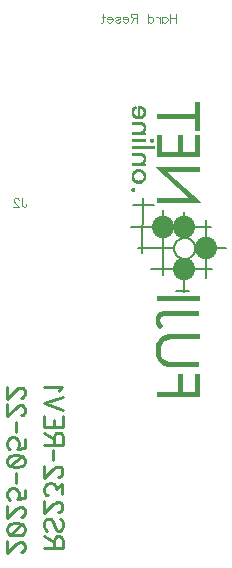
<source format=gbr>
G04 DipTrace 3.3.1.3*
G04 BottomSilk.gbr*
%MOIN*%
G04 #@! TF.FileFunction,Legend,Bot*
G04 #@! TF.Part,Single*
%ADD12C,0.003*%
%ADD39C,0.005906*%
%ADD41O,0.074027X0.074711*%
%ADD42O,0.073993X0.074711*%
%ADD43O,0.073959X0.074711*%
G04 #@! TA.AperFunction,ComponentDrill*
%ADD96C,0.004632*%
%ADD98C,0.009264*%
%FSLAX26Y26*%
G04*
G70*
G90*
G75*
G01*
G04 BotSilk*
%LPD*%
G36*
X1181710Y1371835D2*
X1039896D1*
Y1388766D1*
X1181710D1*
Y1371835D1*
G37*
G36*
X1182185Y1938421D2*
Y2035870D1*
X1165806D1*
Y1995709D1*
X1039794D1*
Y1978483D1*
X1165806D1*
Y1938421D1*
X1182185D1*
G37*
G36*
Y1850224D2*
Y1925427D1*
X1166077D1*
Y1867450D1*
X1125656D1*
Y1925427D1*
X1110125D1*
Y1867154D1*
X1055325D1*
Y1925427D1*
X1039794D1*
Y1850224D1*
X1182185D1*
G37*
G36*
X1039862Y1696667D2*
X1188424D1*
X1074044Y1800810D1*
X1182490D1*
Y1816953D1*
X1033012D1*
X1146782Y1712810D1*
X1039862D1*
Y1696667D1*
G37*
G36*
X1181439Y1321732D2*
Y1338761D1*
X1068686D1*
X1059327Y1337777D1*
X1052477Y1335710D1*
X1047187Y1332855D1*
X1043389Y1329706D1*
X1040031Y1325079D1*
X1037759Y1319764D1*
X1036674Y1313464D1*
X1035962Y1305688D1*
Y1300274D1*
X1037285Y1295057D1*
X1040981Y1287576D1*
X1044474Y1282556D1*
X1049832Y1277634D1*
X1061361Y1289151D1*
X1057292Y1292694D1*
X1054749Y1296041D1*
X1052375Y1300766D1*
X1051527Y1303128D1*
X1051154Y1305983D1*
X1051391Y1310216D1*
X1051968Y1312578D1*
X1052782Y1314350D1*
X1054172Y1316417D1*
X1056478Y1318484D1*
X1059225Y1320059D1*
X1061192Y1320945D1*
X1063599Y1321240D1*
X1066346Y1321634D1*
X1068448Y1321831D1*
X1181439Y1321732D1*
G37*
G36*
X1181540Y1151442D2*
Y1168668D1*
X1090287D1*
X1082081Y1169160D1*
X1073060Y1171227D1*
X1065464Y1174672D1*
X1061429Y1177724D1*
X1057699Y1182153D1*
X1054308Y1188847D1*
X1052104Y1198395D1*
X1051697Y1206466D1*
X1052782Y1217688D1*
X1055223Y1225661D1*
X1058682Y1231567D1*
X1061429Y1234618D1*
X1067126Y1238753D1*
X1075638Y1242099D1*
X1088998Y1244068D1*
X1101884D1*
X1181608D1*
Y1261294D1*
X1093373D1*
X1077943Y1260113D1*
X1066312Y1257258D1*
X1057563Y1253124D1*
X1050645Y1247809D1*
X1045152Y1241410D1*
X1040879Y1233634D1*
X1037692Y1223594D1*
X1035996Y1208730D1*
Y1204891D1*
X1036945Y1192390D1*
X1039828Y1181267D1*
X1043829Y1172999D1*
X1049052Y1166109D1*
X1056173Y1160301D1*
X1064854Y1155773D1*
X1076723Y1152623D1*
X1093271Y1151343D1*
X1181540Y1151442D1*
G37*
X1130980Y1400086D2*
D39*
Y1509741D1*
X1222844Y1477849D2*
X1021381D1*
X1146307Y1405007D2*
X1104529D1*
X1202124Y1448023D2*
Y1642528D1*
X1269505Y1547048D2*
X1168214D1*
X1220232Y1619003D2*
X954407D1*
X991064Y1531692D2*
X991709Y1715566D1*
D41*
X1202718Y1547884D3*
G36*
X1181846Y1126637D2*
Y1051531D1*
X1038980D1*
Y1068856D1*
X1109955D1*
Y1126637D1*
X1125452D1*
Y1068364D1*
X1165942D1*
Y1126637D1*
X1181846D1*
G37*
D42*
X1130098Y1476126D3*
Y1618264D3*
D43*
X1058292D3*
X1096459Y1546309D2*
D39*
X1096545Y1548737D1*
X1096803Y1551152D1*
X1097231Y1553544D1*
X1097828Y1555900D1*
X1098591Y1558210D1*
X1099515Y1560462D1*
X1100597Y1562645D1*
X1101830Y1564749D1*
X1103210Y1566762D1*
X1104729Y1568676D1*
X1106381Y1570481D1*
X1108155Y1572168D1*
X1110046Y1573729D1*
X1112042Y1575157D1*
X1114135Y1576444D1*
X1116313Y1577584D1*
X1118567Y1578572D1*
X1120886Y1579403D1*
X1123258Y1580072D1*
X1125672Y1580577D1*
X1128115Y1580915D1*
X1130577Y1581084D1*
X1133044D1*
X1135506Y1580915D1*
X1137949Y1580577D1*
X1140363Y1580072D1*
X1142735Y1579403D1*
X1145054Y1578572D1*
X1147308Y1577584D1*
X1149486Y1576444D1*
X1151579Y1575157D1*
X1153575Y1573729D1*
X1155465Y1572168D1*
X1157240Y1570481D1*
X1158892Y1568676D1*
X1160411Y1566762D1*
X1161791Y1564749D1*
X1163024Y1562645D1*
X1164106Y1560462D1*
X1165030Y1558210D1*
X1165793Y1555900D1*
X1166390Y1553544D1*
X1166818Y1551152D1*
X1167076Y1548737D1*
X1167162Y1546309D1*
X1167076Y1543882D1*
X1166818Y1541467D1*
X1166390Y1539075D1*
X1165793Y1536718D1*
X1165030Y1534408D1*
X1164106Y1532156D1*
X1163024Y1529973D1*
X1161791Y1527870D1*
X1160411Y1525856D1*
X1158892Y1523943D1*
X1157240Y1522138D1*
X1155465Y1520451D1*
X1153575Y1518889D1*
X1151579Y1517462D1*
X1149486Y1516175D1*
X1147308Y1515035D1*
X1145054Y1514047D1*
X1142735Y1513216D1*
X1140363Y1512547D1*
X1137949Y1512042D1*
X1135506Y1511704D1*
X1133044Y1511534D1*
X1130577D1*
X1128115Y1511704D1*
X1125672Y1512042D1*
X1123258Y1512547D1*
X1120886Y1513216D1*
X1118567Y1514047D1*
X1116313Y1515035D1*
X1114135Y1516175D1*
X1112042Y1517462D1*
X1110046Y1518889D1*
X1108155Y1520451D1*
X1106381Y1522138D1*
X1104729Y1523943D1*
X1103210Y1525856D1*
X1101830Y1527870D1*
X1100597Y1529973D1*
X1099515Y1532156D1*
X1098591Y1534408D1*
X1097828Y1536718D1*
X1097231Y1539075D1*
X1096803Y1541467D1*
X1096545Y1543882D1*
X1096459Y1546309D1*
X1031011Y1690958D2*
X959731D1*
X1060988Y1457768D2*
Y1675602D1*
X1130946Y1667629D2*
Y1588980D1*
X1094967Y1547048D2*
X977704Y1547638D1*
X976897Y2021944D2*
D12*
X984397D1*
X964897Y2020444D2*
X967897D1*
X976897D2*
X987795D1*
X963116Y2018944D2*
X968656D1*
X976897D2*
X990603D1*
X961547Y2017444D2*
X968874D1*
X976897D2*
X992817D1*
X960204Y2015944D2*
X968323D1*
X976897D2*
X994605D1*
X959017Y2014444D2*
X966880D1*
X976897D2*
X996052D1*
X958008Y2012944D2*
X965283D1*
X976897D2*
X981397D1*
X988897D2*
X997191D1*
X957179Y2011444D2*
X963827D1*
X976897D2*
X981397D1*
X990391D2*
X998084D1*
X956565Y2009944D2*
X962650D1*
X976897D2*
X981397D1*
X991833D2*
X998773D1*
X956205Y2008444D2*
X961738D1*
X976897D2*
X981397D1*
X993089D2*
X999334D1*
X956026Y2006944D2*
X961088D1*
X976897D2*
X981397D1*
X994032D2*
X999876D1*
X955947Y2005444D2*
X960713D1*
X976897D2*
X981397D1*
X994730D2*
X1000340D1*
X955916Y2003944D2*
X960529D1*
X976897D2*
X981397D1*
X995328D2*
X1000634D1*
X955904Y2002444D2*
X960448D1*
X976897D2*
X981397D1*
X995766D2*
X1000785D1*
X955899Y2000944D2*
X960422D1*
X976897D2*
X981397D1*
X996004D2*
X1000847D1*
X955898Y1999444D2*
X960462D1*
X976897D2*
X981397D1*
X995699D2*
X1000822D1*
X955903Y1997944D2*
X960655D1*
X976897D2*
X981397D1*
X995302D2*
X1000641D1*
X955956Y1996444D2*
X961071D1*
X976897D2*
X981397D1*
X994813D2*
X1000280D1*
X956153Y1994944D2*
X961705D1*
X976897D2*
X981397D1*
X994074D2*
X999844D1*
X956565Y1993444D2*
X962593D1*
X976891D2*
X981397D1*
X993009D2*
X999386D1*
X957146Y1991944D2*
X963907D1*
X976827D2*
X981403D1*
X991605D2*
X998829D1*
X957826Y1990444D2*
X966032D1*
X976669D2*
X981460D1*
X989646D2*
X998131D1*
X958599Y1988944D2*
X969495D1*
X975917D2*
X981692D1*
X986745D2*
X997234D1*
X959539Y1987444D2*
X974353D1*
X974271D2*
X982205D1*
X982828D2*
X996086D1*
X960757Y1985944D2*
X994705D1*
X962335Y1984444D2*
X993033D1*
X964363Y1982944D2*
X990961D1*
X966791Y1981444D2*
X988514D1*
X969397Y1979944D2*
X985897D1*
X955897Y1967944D2*
X985897D1*
X955897Y1966444D2*
X989981D1*
X955897Y1964944D2*
X993167D1*
X955897Y1963444D2*
X995409D1*
X955897Y1961944D2*
X996928D1*
X955897Y1960444D2*
X997983D1*
X988596Y1958944D2*
X998737D1*
X990915Y1957444D2*
X999322D1*
X992674Y1955944D2*
X999871D1*
X993861Y1954444D2*
X1000339D1*
X994664Y1952944D2*
X1000633D1*
X995304Y1951444D2*
X1000779D1*
X995757Y1949944D2*
X1000794D1*
X996002Y1948444D2*
X1000631D1*
X995699Y1946944D2*
X1000276D1*
X995308Y1945444D2*
X999843D1*
X994871Y1943944D2*
X999386D1*
X994318Y1942444D2*
X998829D1*
X993553Y1940944D2*
X998131D1*
X992570Y1939444D2*
X997234D1*
X990110Y1937944D2*
X996093D1*
X986537Y1936444D2*
X994779D1*
X981942Y1934944D2*
X993397D1*
X955897Y1933444D2*
X996167D1*
X955897Y1931944D2*
X998218D1*
X955897Y1930444D2*
X998846D1*
X955897Y1928944D2*
X999186D1*
X955897Y1927444D2*
X999397D1*
X1020397Y1912444D2*
X1023397D1*
X955897Y1910944D2*
X999397D1*
X1019012D2*
X1024315D1*
X955897Y1909444D2*
X999391D1*
X1017987D2*
X1025065D1*
X955897Y1907944D2*
X999334D1*
X1017685D2*
X1025637D1*
X955897Y1906444D2*
X999102D1*
X1017637D2*
X1025458D1*
X955897Y1904944D2*
X998590D1*
X1017821D2*
X1024986D1*
X955897Y1903444D2*
X997897D1*
X1018975D2*
X1024263D1*
X1020397Y1901944D2*
X1023397D1*
X955897Y1886944D2*
X1030897D1*
X955897Y1885444D2*
X1030891D1*
X955897Y1883944D2*
X1030834D1*
X955897Y1882444D2*
X1030602D1*
X955897Y1880944D2*
X1030090D1*
X955897Y1879444D2*
X1029397D1*
X955897Y1864444D2*
X985897D1*
X955897Y1862944D2*
X989981D1*
X955897Y1861444D2*
X993167D1*
X955897Y1859944D2*
X995409D1*
X955897Y1858444D2*
X996928D1*
X955897Y1856944D2*
X997983D1*
X988596Y1855444D2*
X998737D1*
X990915Y1853944D2*
X999322D1*
X992674Y1852444D2*
X999871D1*
X993861Y1850944D2*
X1000339D1*
X994664Y1849444D2*
X1000633D1*
X995304Y1847944D2*
X1000779D1*
X995757Y1846444D2*
X1000794D1*
X996002Y1844944D2*
X1000631D1*
X995699Y1843444D2*
X1000276D1*
X995308Y1841944D2*
X999843D1*
X994871Y1840444D2*
X999386D1*
X994318Y1838944D2*
X998829D1*
X993553Y1837444D2*
X998131D1*
X992570Y1835944D2*
X997234D1*
X990110Y1834444D2*
X996093D1*
X986537Y1832944D2*
X994779D1*
X981942Y1831444D2*
X993397D1*
X955897Y1829944D2*
X996167D1*
X955897Y1828444D2*
X998218D1*
X955897Y1826944D2*
X998846D1*
X955897Y1825444D2*
X999186D1*
X955897Y1823944D2*
X999397D1*
X970897Y1810444D2*
X984397D1*
X968192Y1808944D2*
X987282D1*
X965820Y1807444D2*
X989644D1*
X963871Y1805944D2*
X991580D1*
X962318Y1804444D2*
X993267D1*
X961078Y1802944D2*
X974255D1*
X982307D2*
X994793D1*
X959974Y1801444D2*
X970628D1*
X985562D2*
X996125D1*
X958916Y1799944D2*
X967741D1*
X988067D2*
X997218D1*
X957968Y1798444D2*
X965544D1*
X990048D2*
X998087D1*
X957164Y1796944D2*
X963891D1*
X991700D2*
X998724D1*
X956560Y1795444D2*
X962661D1*
X993034D2*
X999144D1*
X956203Y1793944D2*
X961738D1*
X993963D2*
X999517D1*
X956025Y1792444D2*
X961087D1*
X994533D2*
X999956D1*
X955947Y1790944D2*
X960712D1*
X994967D2*
X1000372D1*
X955916Y1789444D2*
X960528D1*
X995381D2*
X1000646D1*
X955904Y1787944D2*
X960448D1*
X995616D2*
X1000783D1*
X955899Y1786444D2*
X960422D1*
X995535D2*
X1000796D1*
X955904Y1784944D2*
X960462D1*
X995289D2*
X1000631D1*
X955956Y1783444D2*
X960655D1*
X995034D2*
X1000277D1*
X956147Y1781944D2*
X961071D1*
X994673D2*
X999843D1*
X956512Y1780444D2*
X961705D1*
X994010D2*
X999386D1*
X956955Y1778944D2*
X962581D1*
X992988D2*
X998835D1*
X957461Y1777444D2*
X963779D1*
X991660D2*
X998190D1*
X958156Y1775944D2*
X965429D1*
X989930D2*
X997484D1*
X959022Y1774444D2*
X967937D1*
X987384D2*
X996701D1*
X959944Y1772944D2*
X971928D1*
X983377D2*
X995763D1*
X960970Y1771444D2*
X977669D1*
X977628D2*
X994597D1*
X962229Y1769944D2*
X993209D1*
X963824Y1768444D2*
X991535D1*
X965859Y1766944D2*
X989462D1*
X968290Y1765444D2*
X987014D1*
X970897Y1763944D2*
X984397D1*
X957397Y1748944D2*
X960397D1*
X956192Y1747444D2*
X962014D1*
X955315Y1745944D2*
X963241D1*
X954818Y1744444D2*
X964185D1*
X954632Y1742944D2*
X964417D1*
X954758Y1741444D2*
X963879D1*
X955228Y1739944D2*
X962978D1*
X955897Y1738444D2*
X961897D1*
X976897Y2021944D2*
Y2020444D1*
Y2018944D1*
Y2017444D1*
Y2015944D1*
Y2014444D1*
Y2012944D1*
Y2011444D1*
Y2009944D1*
Y2008444D1*
Y2006944D1*
Y2005444D1*
Y2003944D1*
Y2002444D1*
Y2000944D1*
Y1999444D1*
Y1997944D1*
Y1996444D1*
Y1994944D1*
X976891Y1993444D1*
X976827Y1991944D1*
X976669Y1990444D1*
X975917Y1988944D1*
X974271Y1987444D1*
X972397Y1985944D1*
X984397Y2021944D2*
X987795Y2020444D1*
X990603Y2018944D1*
X992817Y2017444D1*
X994605Y2015944D1*
X996052Y2014444D1*
X997191Y2012944D1*
X998084Y2011444D1*
X998773Y2009944D1*
X999334Y2008444D1*
X999876Y2006944D1*
X1000340Y2005444D1*
X1000634Y2003944D1*
X1000785Y2002444D1*
X1000847Y2000944D1*
X1000822Y1999444D1*
X1000641Y1997944D1*
X1000280Y1996444D1*
X999844Y1994944D1*
X999386Y1993444D1*
X998829Y1991944D1*
X998131Y1990444D1*
X997234Y1988944D1*
X996086Y1987444D1*
X994705Y1985944D1*
X993033Y1984444D1*
X990961Y1982944D1*
X988514Y1981444D1*
X985897Y1979944D1*
X964897Y2020444D2*
X963116Y2018944D1*
X961547Y2017444D1*
X960204Y2015944D1*
X959017Y2014444D1*
X958008Y2012944D1*
X957179Y2011444D1*
X956565Y2009944D1*
X956205Y2008444D1*
X956026Y2006944D1*
X955947Y2005444D1*
X955916Y2003944D1*
X955904Y2002444D1*
X955899Y2000944D1*
X955898Y1999444D1*
X955903Y1997944D1*
X955956Y1996444D1*
X956153Y1994944D1*
X956565Y1993444D1*
X957146Y1991944D1*
X957826Y1990444D1*
X958599Y1988944D1*
X959539Y1987444D1*
X960757Y1985944D1*
X962335Y1984444D1*
X964363Y1982944D1*
X966791Y1981444D1*
X969397Y1979944D1*
X967897Y2020444D2*
X968656Y2018944D1*
X968874Y2017444D1*
X968323Y2015944D1*
X966880Y2014444D1*
X965283Y2012944D1*
X963827Y2011444D1*
X962650Y2009944D1*
X961738Y2008444D1*
X961088Y2006944D1*
X960713Y2005444D1*
X960529Y2003944D1*
X960448Y2002444D1*
X960422Y2000944D1*
X960462Y1999444D1*
X960655Y1997944D1*
X961071Y1996444D1*
X961705Y1994944D1*
X962593Y1993444D1*
X963907Y1991944D1*
X966032Y1990444D1*
X969495Y1988944D1*
X974353Y1987444D1*
X979897Y1985944D1*
X981397Y2014444D2*
Y2012944D1*
Y2011444D1*
Y2009944D1*
Y2008444D1*
Y2006944D1*
Y2005444D1*
Y2003944D1*
Y2002444D1*
Y2000944D1*
Y1999444D1*
Y1997944D1*
Y1996444D1*
Y1994944D1*
Y1993444D1*
X981403Y1991944D1*
X981460Y1990444D1*
X981692Y1988944D1*
X982205Y1987444D1*
X982897Y1985944D1*
X987397Y2014444D2*
X988897Y2012944D1*
X990391Y2011444D1*
X991833Y2009944D1*
X993089Y2008444D1*
X994032Y2006944D1*
X994730Y2005444D1*
X995328Y2003944D1*
X995766Y2002444D1*
X996004Y2000944D1*
X995699Y1999444D1*
X995302Y1997944D1*
X994813Y1996444D1*
X994074Y1994944D1*
X993009Y1993444D1*
X991605Y1991944D1*
X989646Y1990444D1*
X986745Y1988944D1*
X982828Y1987444D1*
X978397Y1985944D1*
X955897Y1967944D2*
Y1966444D1*
Y1964944D1*
Y1963444D1*
Y1961944D1*
Y1960444D1*
X985897Y1967944D2*
X989981Y1966444D1*
X993167Y1964944D1*
X995409Y1963444D1*
X996928Y1961944D1*
X997983Y1960444D1*
X998737Y1958944D1*
X999322Y1957444D1*
X999871Y1955944D1*
X1000339Y1954444D1*
X1000633Y1952944D1*
X1000779Y1951444D1*
X1000794Y1949944D1*
X1000631Y1948444D1*
X1000276Y1946944D1*
X999843Y1945444D1*
X999386Y1943944D1*
X998829Y1942444D1*
X998131Y1940944D1*
X997234Y1939444D1*
X996093Y1937944D1*
X994779Y1936444D1*
X993397Y1934944D1*
X996167Y1933444D1*
X998218Y1931944D1*
X998846Y1930444D1*
X999186Y1928944D1*
X999397Y1927444D1*
X985897Y1960444D2*
X988596Y1958944D1*
X990915Y1957444D1*
X992674Y1955944D1*
X993861Y1954444D1*
X994664Y1952944D1*
X995304Y1951444D1*
X995757Y1949944D1*
X996002Y1948444D1*
X995699Y1946944D1*
X995308Y1945444D1*
X994871Y1943944D1*
X994318Y1942444D1*
X993553Y1940944D1*
X992570Y1939444D1*
X990110Y1937944D1*
X986537Y1936444D1*
X981942Y1934944D1*
X976897Y1933444D1*
X955897D2*
Y1931944D1*
Y1930444D1*
Y1928944D1*
Y1927444D1*
X1020397Y1912444D2*
X1019012Y1910944D1*
X1017987Y1909444D1*
X1017685Y1907944D1*
X1017637Y1906444D1*
X1017821Y1904944D1*
X1018975Y1903444D1*
X1020397Y1901944D1*
X1023397Y1912444D2*
X1024315Y1910944D1*
X1025065Y1909444D1*
X1025637Y1907944D1*
X1025458Y1906444D1*
X1024986Y1904944D1*
X1024263Y1903444D1*
X1023397Y1901944D1*
X955897Y1910944D2*
Y1909444D1*
Y1907944D1*
Y1906444D1*
Y1904944D1*
Y1903444D1*
X999397Y1910944D2*
X999391Y1909444D1*
X999334Y1907944D1*
X999102Y1906444D1*
X998590Y1904944D1*
X997897Y1903444D1*
X955897Y1886944D2*
Y1885444D1*
Y1883944D1*
Y1882444D1*
Y1880944D1*
Y1879444D1*
X1030897Y1886944D2*
X1030891Y1885444D1*
X1030834Y1883944D1*
X1030602Y1882444D1*
X1030090Y1880944D1*
X1029397Y1879444D1*
X955897Y1864444D2*
Y1862944D1*
Y1861444D1*
Y1859944D1*
Y1858444D1*
Y1856944D1*
X985897Y1864444D2*
X989981Y1862944D1*
X993167Y1861444D1*
X995409Y1859944D1*
X996928Y1858444D1*
X997983Y1856944D1*
X998737Y1855444D1*
X999322Y1853944D1*
X999871Y1852444D1*
X1000339Y1850944D1*
X1000633Y1849444D1*
X1000779Y1847944D1*
X1000794Y1846444D1*
X1000631Y1844944D1*
X1000276Y1843444D1*
X999843Y1841944D1*
X999386Y1840444D1*
X998829Y1838944D1*
X998131Y1837444D1*
X997234Y1835944D1*
X996093Y1834444D1*
X994779Y1832944D1*
X993397Y1831444D1*
X996167Y1829944D1*
X998218Y1828444D1*
X998846Y1826944D1*
X999186Y1825444D1*
X999397Y1823944D1*
X985897Y1856944D2*
X988596Y1855444D1*
X990915Y1853944D1*
X992674Y1852444D1*
X993861Y1850944D1*
X994664Y1849444D1*
X995304Y1847944D1*
X995757Y1846444D1*
X996002Y1844944D1*
X995699Y1843444D1*
X995308Y1841944D1*
X994871Y1840444D1*
X994318Y1838944D1*
X993553Y1837444D1*
X992570Y1835944D1*
X990110Y1834444D1*
X986537Y1832944D1*
X981942Y1831444D1*
X976897Y1829944D1*
X955897D2*
Y1828444D1*
Y1826944D1*
Y1825444D1*
Y1823944D1*
X970897Y1810444D2*
X968192Y1808944D1*
X965820Y1807444D1*
X963871Y1805944D1*
X962318Y1804444D1*
X961078Y1802944D1*
X959974Y1801444D1*
X958916Y1799944D1*
X957968Y1798444D1*
X957164Y1796944D1*
X956560Y1795444D1*
X956203Y1793944D1*
X956025Y1792444D1*
X955947Y1790944D1*
X955916Y1789444D1*
X955904Y1787944D1*
X955899Y1786444D1*
X955904Y1784944D1*
X955956Y1783444D1*
X956147Y1781944D1*
X956512Y1780444D1*
X956955Y1778944D1*
X957461Y1777444D1*
X958156Y1775944D1*
X959022Y1774444D1*
X959944Y1772944D1*
X960970Y1771444D1*
X962229Y1769944D1*
X963824Y1768444D1*
X965859Y1766944D1*
X968290Y1765444D1*
X970897Y1763944D1*
X984397Y1810444D2*
X987282Y1808944D1*
X989644Y1807444D1*
X991580Y1805944D1*
X993267Y1804444D1*
X994793Y1802944D1*
X996125Y1801444D1*
X997218Y1799944D1*
X998087Y1798444D1*
X998724Y1796944D1*
X999144Y1795444D1*
X999517Y1793944D1*
X999956Y1792444D1*
X1000372Y1790944D1*
X1000646Y1789444D1*
X1000783Y1787944D1*
X1000796Y1786444D1*
X1000631Y1784944D1*
X1000277Y1783444D1*
X999843Y1781944D1*
X999386Y1780444D1*
X998835Y1778944D1*
X998190Y1777444D1*
X997484Y1775944D1*
X996701Y1774444D1*
X995763Y1772944D1*
X994597Y1771444D1*
X993209Y1769944D1*
X991535Y1768444D1*
X989462Y1766944D1*
X987014Y1765444D1*
X984397Y1763944D1*
X978397Y1804444D2*
X974255Y1802944D1*
X970628Y1801444D1*
X967741Y1799944D1*
X965544Y1798444D1*
X963891Y1796944D1*
X962661Y1795444D1*
X961738Y1793944D1*
X961087Y1792444D1*
X960712Y1790944D1*
X960528Y1789444D1*
X960448Y1787944D1*
X960422Y1786444D1*
X960462Y1784944D1*
X960655Y1783444D1*
X961071Y1781944D1*
X961705Y1780444D1*
X962581Y1778944D1*
X963779Y1777444D1*
X965429Y1775944D1*
X967937Y1774444D1*
X971928Y1772944D1*
X977669Y1771444D1*
X984397Y1769944D1*
X978397Y1804444D2*
X982307Y1802944D1*
X985562Y1801444D1*
X988067Y1799944D1*
X990048Y1798444D1*
X991700Y1796944D1*
X993034Y1795444D1*
X993963Y1793944D1*
X994533Y1792444D1*
X994967Y1790944D1*
X995381Y1789444D1*
X995616Y1787944D1*
X995535Y1786444D1*
X995289Y1784944D1*
X995034Y1783444D1*
X994673Y1781944D1*
X994010Y1780444D1*
X992988Y1778944D1*
X991660Y1777444D1*
X989930Y1775944D1*
X987384Y1774444D1*
X983377Y1772944D1*
X977628Y1771444D1*
X970897Y1769944D1*
X957397Y1748944D2*
X956192Y1747444D1*
X955315Y1745944D1*
X954818Y1744444D1*
X954632Y1742944D1*
X954758Y1741444D1*
X955228Y1739944D1*
X955897Y1738444D1*
X960397Y1748944D2*
X962014Y1747444D1*
X963241Y1745944D1*
X964185Y1744444D1*
X964417Y1742944D1*
X963879Y1741444D1*
X962978Y1739944D1*
X961897Y1738444D1*
X590079Y1715065D2*
D96*
Y1692117D1*
X591505Y1687806D1*
X592964Y1686380D1*
X595816Y1684921D1*
X598701D1*
X601553Y1686380D1*
X602979Y1687806D1*
X604438Y1692117D1*
Y1694969D1*
X579356Y1707869D2*
Y1709295D1*
X577930Y1712180D1*
X576504Y1713606D1*
X573619Y1715032D1*
X567882D1*
X565030Y1713606D1*
X563605Y1712180D1*
X562145Y1709295D1*
Y1706443D1*
X563605Y1703558D1*
X566456Y1699280D1*
X580815Y1684921D1*
X560719D1*
X1104768Y2329120D2*
Y2298976D1*
X1084672Y2329120D2*
Y2298976D1*
X1104768Y2314761D2*
X1084672D1*
X1058197Y2319072D2*
Y2298976D1*
Y2314761D2*
X1061049Y2317646D1*
X1063934Y2319072D1*
X1068212D1*
X1071097Y2317646D1*
X1073949Y2314761D1*
X1075408Y2310450D1*
Y2307598D1*
X1073949Y2303287D1*
X1071097Y2300435D1*
X1068212Y2298976D1*
X1063934D1*
X1061049Y2300435D1*
X1058197Y2303287D1*
X1048934Y2319072D2*
Y2298976D1*
Y2310450D2*
X1047475Y2314761D1*
X1044623Y2317646D1*
X1041738Y2319072D1*
X1037427D1*
X1010952Y2329120D2*
Y2298976D1*
Y2314761D2*
X1013804Y2317646D1*
X1016689Y2319072D1*
X1021000D1*
X1023852Y2317646D1*
X1026737Y2314761D1*
X1028163Y2310450D1*
Y2307598D1*
X1026737Y2303287D1*
X1023852Y2300435D1*
X1021000Y2298976D1*
X1016689D1*
X1013804Y2300435D1*
X1010952Y2303287D1*
X972528Y2314761D2*
X959628D1*
X955317Y2316220D1*
X953858Y2317646D1*
X952432Y2320498D1*
Y2323383D1*
X953858Y2326235D1*
X955317Y2327694D1*
X959628Y2329120D1*
X972528D1*
Y2298976D1*
X962480Y2314761D2*
X952432Y2298976D1*
X943168Y2310450D2*
X925957D1*
Y2313335D1*
X927383Y2316220D1*
X928809Y2317646D1*
X931694Y2319072D1*
X936005D1*
X938857Y2317646D1*
X941742Y2314761D1*
X943168Y2310450D1*
Y2307598D1*
X941742Y2303287D1*
X938857Y2300435D1*
X936005Y2298976D1*
X931694D1*
X928809Y2300435D1*
X925957Y2303287D1*
X900909Y2314761D2*
X902335Y2317646D1*
X906646Y2319072D1*
X910957D1*
X915268Y2317646D1*
X916694Y2314761D1*
X915268Y2311909D1*
X912383Y2310450D1*
X905220Y2309024D1*
X902335Y2307598D1*
X900909Y2304713D1*
Y2303287D1*
X902335Y2300435D1*
X906646Y2298976D1*
X910957D1*
X915268Y2300435D1*
X916694Y2303287D1*
X891645Y2310450D2*
X874434D1*
Y2313335D1*
X875860Y2316220D1*
X877286Y2317646D1*
X880171Y2319072D1*
X884482D1*
X887334Y2317646D1*
X890219Y2314761D1*
X891645Y2310450D1*
Y2307598D1*
X890219Y2303287D1*
X887334Y2300435D1*
X884482Y2298976D1*
X880171D1*
X877286Y2300435D1*
X874434Y2303287D1*
X860860Y2329120D2*
Y2304713D1*
X859434Y2300435D1*
X856549Y2298976D1*
X853697D1*
X865171Y2319072D2*
X855123D1*
X696214Y546751D2*
D98*
Y572551D1*
X699132Y581173D1*
X701984Y584092D1*
X707688Y586943D1*
X713458D1*
X719162Y584092D1*
X722080Y581173D1*
X724932Y572551D1*
Y546751D1*
X664644D1*
X696214Y566847D2*
X664644Y586943D1*
X716310Y645663D2*
X722080Y639959D1*
X724932Y631337D1*
Y619863D1*
X722080Y611241D1*
X716310Y605471D1*
X710606D1*
X704836Y608389D1*
X701984Y611241D1*
X699132Y616945D1*
X693362Y634189D1*
X690510Y639959D1*
X687592Y642811D1*
X681888Y645663D1*
X673266D1*
X667562Y639959D1*
X664644Y631337D1*
Y619863D1*
X667562Y611241D1*
X673266Y605471D1*
X710540Y667108D2*
X713391D1*
X719162Y669960D1*
X722013Y672812D1*
X724865Y678582D1*
Y690056D1*
X722013Y695760D1*
X719162Y698612D1*
X713391Y701530D1*
X707688D1*
X701917Y698612D1*
X693362Y692908D1*
X664644Y664190D1*
Y704382D1*
X724865Y728679D2*
Y760183D1*
X701917Y743005D1*
Y751627D1*
X699066Y757331D1*
X696214Y760183D1*
X687592Y763101D1*
X681888D1*
X673266Y760183D1*
X667496Y754479D1*
X664644Y745857D1*
Y737235D1*
X667496Y728679D1*
X670414Y725827D1*
X676118Y722909D1*
X710540Y784546D2*
X713391D1*
X719162Y787398D1*
X722013Y790250D1*
X724865Y796020D1*
Y807494D1*
X722013Y813198D1*
X719162Y816050D1*
X713391Y818968D1*
X707688D1*
X701917Y816050D1*
X693362Y810346D1*
X664644Y781628D1*
Y821820D1*
X694755Y840347D2*
Y873509D1*
X696214Y892036D2*
Y917836D1*
X699132Y926458D1*
X701984Y929376D1*
X707688Y932228D1*
X713458D1*
X719162Y929376D1*
X722080Y926458D1*
X724932Y917836D1*
Y892036D1*
X664644D1*
X696214Y912132D2*
X664644Y932228D1*
X724932Y988029D2*
Y950755D1*
X664644D1*
Y988029D1*
X696214Y950755D2*
Y973703D1*
X724932Y1006556D2*
X664644Y1029504D1*
X724932Y1052451D1*
X713391Y1070979D2*
X716310Y1076749D1*
X724865Y1085371D1*
X664644D1*
X585540Y533686D2*
X588391D1*
X594162Y536538D1*
X597013Y539390D1*
X599865Y545160D1*
Y556634D1*
X597013Y562337D1*
X594162Y565189D1*
X588391Y568108D1*
X582688D1*
X576917Y565189D1*
X568362Y559486D1*
X539644Y530768D1*
Y570960D1*
X599865Y606731D2*
X597013Y598109D1*
X588391Y592339D1*
X574066Y589487D1*
X565444D1*
X551118Y592339D1*
X542496Y598109D1*
X539644Y606731D1*
Y612435D1*
X542496Y621057D1*
X551118Y626760D1*
X565444Y629679D1*
X574066D1*
X588391Y626760D1*
X597013Y621057D1*
X599865Y612435D1*
Y606731D1*
X588391Y626760D2*
X551118Y592339D1*
X585540Y651124D2*
X588391D1*
X594162Y653976D1*
X597013Y656828D1*
X599865Y662598D1*
Y674072D1*
X597013Y679776D1*
X594162Y682628D1*
X588391Y685546D1*
X582688D1*
X576917Y682628D1*
X568362Y676924D1*
X539644Y648206D1*
Y688398D1*
X599865Y741347D2*
Y712695D1*
X574066Y709843D1*
X576917Y712695D1*
X579836Y721317D1*
Y729873D1*
X576917Y738495D1*
X571214Y744265D1*
X562592Y747117D1*
X556888D1*
X548266Y744265D1*
X542496Y738495D1*
X539644Y729873D1*
Y721317D1*
X542496Y712695D1*
X545414Y709843D1*
X551118Y706925D1*
X569755Y765644D2*
Y798806D1*
X599865Y834577D2*
X597013Y825955D1*
X588391Y820185D1*
X574066Y817333D1*
X565444D1*
X551118Y820185D1*
X542496Y825955D1*
X539644Y834577D1*
Y840281D1*
X542496Y848903D1*
X551118Y854606D1*
X565444Y857525D1*
X574066D1*
X588391Y854606D1*
X597013Y848903D1*
X599865Y840281D1*
Y834577D1*
X588391Y854606D2*
X551118Y820185D1*
X599865Y910474D2*
Y881822D1*
X574066Y878970D1*
X576917Y881822D1*
X579836Y890444D1*
Y899000D1*
X576917Y907622D1*
X571214Y913392D1*
X562592Y916244D1*
X556888D1*
X548266Y913392D1*
X542496Y907622D1*
X539644Y899000D1*
Y890444D1*
X542496Y881822D1*
X545414Y878970D1*
X551118Y876052D1*
X569755Y934771D2*
Y967933D1*
X585539Y989378D2*
X588391D1*
X594162Y992230D1*
X597013Y995082D1*
X599865Y1000852D1*
Y1012326D1*
X597013Y1018030D1*
X594162Y1020882D1*
X588391Y1023800D1*
X582688D1*
X576917Y1020882D1*
X568362Y1015178D1*
X539644Y986460D1*
Y1026652D1*
X585539Y1048097D2*
X588391D1*
X594162Y1050949D1*
X597013Y1053801D1*
X599865Y1059571D1*
Y1071045D1*
X597013Y1076749D1*
X594162Y1079601D1*
X588391Y1082519D1*
X582688D1*
X576917Y1079601D1*
X568362Y1073897D1*
X539644Y1045179D1*
Y1085371D1*
M02*

</source>
